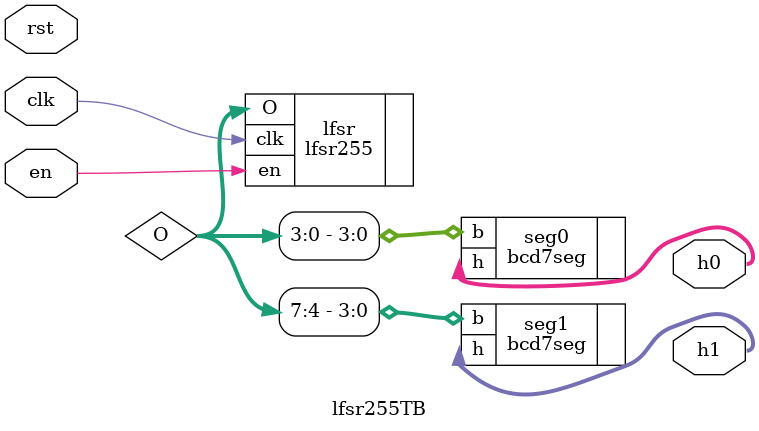
<source format=v>
module lfsr255TB(
    input                       clk,
    input                       rst,

    input                       en,

    output reg      [6: 0]      h0,
    output reg      [6: 0]      h1
);

    wire            [7: 0]      O;

    lfsr255 lfsr (
        .clk(clk),
        .en(en),
        .O(O)
    );

    bcd7seg seg0(
        .b(     O[3:0]  ),
        .h(          h0 )
    );
    bcd7seg seg1(
        .b(     O[7:4]  ),
        .h(          h1 )
    );

endmodule

</source>
